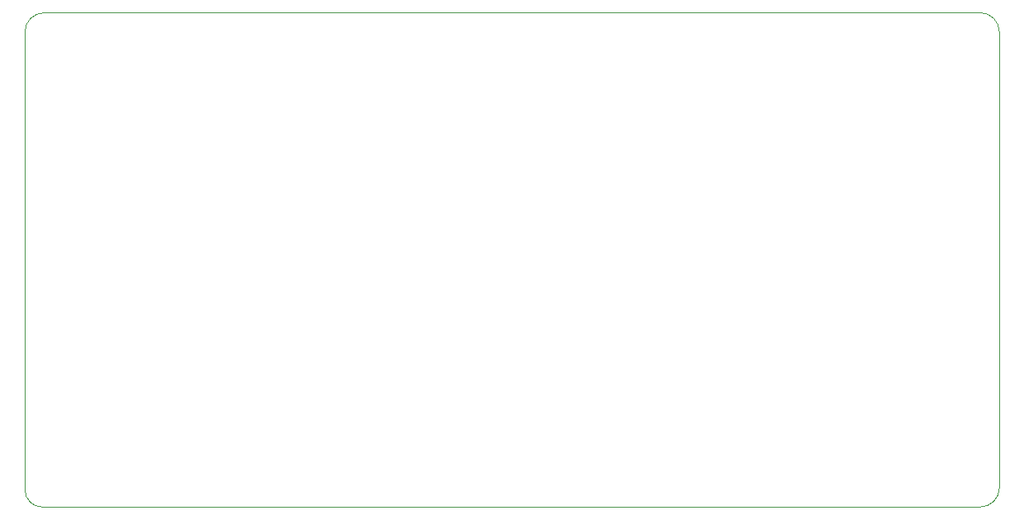
<source format=gbr>
G04 #@! TF.FileFunction,Profile,NP*
%FSLAX46Y46*%
G04 Gerber Fmt 4.6, Leading zero omitted, Abs format (unit mm)*
G04 Created by KiCad (PCBNEW 4.0.6) date 06/28/17 13:30:46*
%MOMM*%
%LPD*%
G01*
G04 APERTURE LIST*
%ADD10C,0.100000*%
G04 APERTURE END LIST*
D10*
X195600000Y-124000000D02*
X195600000Y-77200000D01*
X193600000Y-126000000D02*
G75*
G03X195600000Y-124000000I0J2000000D01*
G01*
X95600000Y-124200000D02*
G75*
G03X97400000Y-126000000I1800000J0D01*
G01*
X195600000Y-77200000D02*
G75*
G03X193600000Y-75200000I-2000000J0D01*
G01*
X97400000Y-126000000D02*
X193600000Y-126000000D01*
X97600000Y-75200000D02*
X193600000Y-75200000D01*
X97600000Y-75200000D02*
G75*
G03X95600000Y-77200000I0J-2000000D01*
G01*
X95600000Y-77200000D02*
X95600000Y-124200000D01*
M02*

</source>
